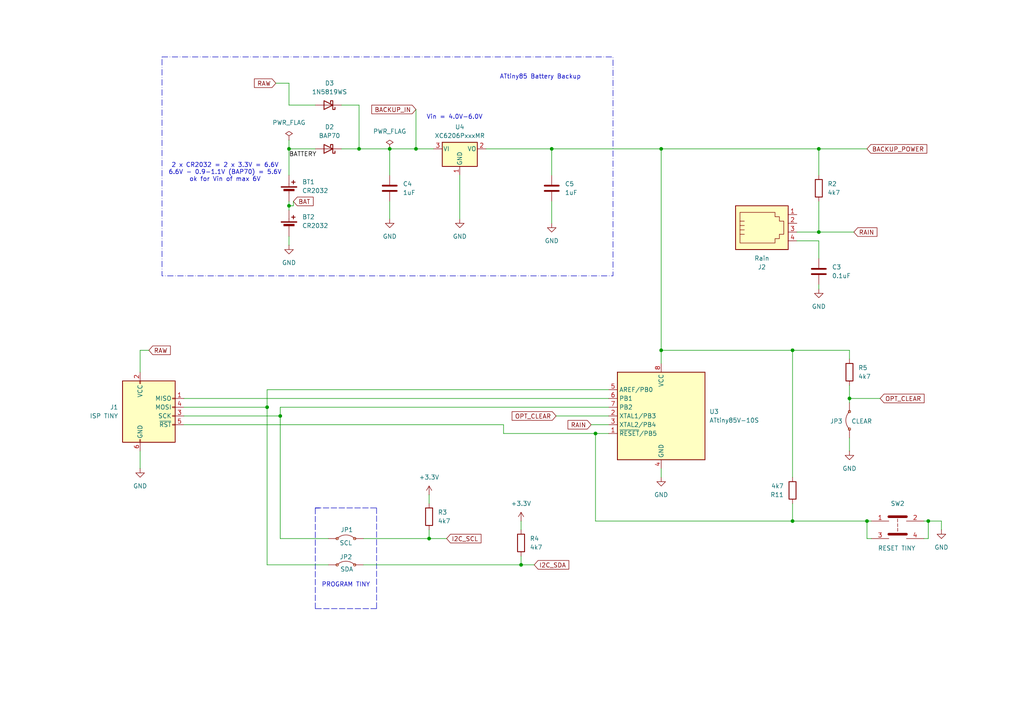
<source format=kicad_sch>
(kicad_sch (version 20250114) (generator "eeschema") (generator_version "9.0")
  (paper "A4")
  (lib_symbols
    (symbol "Connector:AVR-ISP-6" (pin_names (offset 1.016))
      (property "Reference" "J" (at -6.35 11.43 0))
      (property "Value" "AVR-ISP-6" (at 0 11.43 0))
      (symbol "AVR-ISP-6_0_1"
        (rectangle (start -2.667 10.16) (end -2.413 9.398))
        (rectangle (start -2.667 -6.858) (end -2.413 -7.62))
        (rectangle (start 7.62 10.16) (end -7.62 -7.62) (stroke (width 0.254)) (fill (type background)))
        (rectangle (start 7.62 5.207) (end 6.858 4.953))
        (rectangle (start 7.62 2.667) (end 6.858 2.413))
        (rectangle (start 7.62 0.127) (end 6.858 -0.127))
        (rectangle (start 7.62 -2.413) (end 6.858 -2.667))
      )
      (symbol "AVR-ISP-6_1_1"
        (pin passive line (at -2.54 12.7 270) (length 2.54) (name "VCC") (number "2"))
        (pin passive line (at -2.54 -10.16 90) (length 2.54) (name "GND") (number "6"))
        (pin passive line (at 10.16 5.08 180) (length 2.54) (name "MISO") (number "1"))
        (pin passive line (at 10.16 2.54 180) (length 2.54) (name "MOSI") (number "4"))
        (pin passive line (at 10.16 0 180) (length 2.54) (name "SCK") (number "3"))
        (pin passive line (at 10.16 -2.54 180) (length 2.54) (name "~{RST}") (number "5"))
      )
    )
    (symbol "Connector:RJ10" (pin_names (offset 1.016))
      (property "Reference" "J" (at -5.08 8.89 0))
      (property "Value" "RJ10" (at 2.54 8.89 0))
      (symbol "RJ10_0_1"
        (polyline (pts (xy -6.35 3.175) (xy -5.08 3.175) (xy -5.08 3.175)))
        (polyline (pts (xy -6.35 1.905) (xy -5.08 1.905) (xy -5.08 1.905)))
        (polyline (pts (xy -6.35 0.635) (xy -5.08 0.635) (xy -5.08 0.635)))
        (polyline (pts (xy -6.35 -0.635) (xy -5.08 -0.635) (xy -5.08 -0.635)))
        (polyline (pts (xy -6.35 -3.175) (xy -6.35 5.715) (xy -1.27 5.715) (xy 3.81 5.715) (xy 3.81 4.445) (xy 5.08 4.445) (xy 5.08 3.175) (xy 6.35 3.175) (xy 6.35 -0.635) (xy 5.08 -0.635) (xy 5.08 -1.905) (xy 3.81 -1.905) (xy 3.81 -3.175) (xy -6.35 -3.175) (xy -6.35 -3.175)))
        (rectangle (start 7.62 7.62) (end -7.62 -5.08) (stroke (width 0.254)) (fill (type background)))
      )
      (symbol "RJ10_1_1"
        (pin passive line (at 10.16 5.08 180) (length 2.54) (name "~") (number "4"))
        (pin passive line (at 10.16 2.54 180) (length 2.54) (name "~") (number "3"))
        (pin passive line (at 10.16 0 180) (length 2.54) (name "~") (number "2"))
        (pin passive line (at 10.16 -2.54 180) (length 2.54) (name "~") (number "1"))
      )
    )
    (symbol "Device:C" (pin_numbers (hide yes)) (pin_names (offset 0.254))
      (property "Reference" "C" (at 0.635 2.54 0))
      (property "Value" "C" (at 0.635 -2.54 0))
      (symbol "C_0_1"
        (polyline (pts (xy -2.032 0.762) (xy 2.032 0.762)) (stroke (width 0.508)))
        (polyline (pts (xy -2.032 -0.762) (xy 2.032 -0.762)) (stroke (width 0.508)))
      )
      (symbol "C_1_1"
        (pin passive line (at 0 3.81 270) (length 2.794) (name "~") (number "1"))
        (pin passive line (at 0 -3.81 90) (length 2.794) (name "~") (number "2"))
      )
    )
    (symbol "Device:R" (pin_numbers (hide yes)) (pin_names (offset 0))
      (property "Reference" "R" (at 2.032 0 90))
      (property "Value" "R" (at 0 0 90))
      (symbol "R_0_1"
        (rectangle (start -1.016 -2.54) (end 1.016 2.54) (stroke (width 0.254)))
      )
      (symbol "R_1_1"
        (pin passive line (at 0 3.81 270) (length 1.27) (name "~") (number "1"))
        (pin passive line (at 0 -3.81 90) (length 1.27) (name "~") (number "2"))
      )
    )
    (symbol "Diode:1N5819WS" (pin_numbers (hide yes)) (pin_names (offset 1.016) (hide yes))
      (property "Reference" "D" (at 0 2.54 0))
      (property "Value" "1N5819WS" (at 0 -2.54 0))
      (symbol "1N5819WS_0_1"
        (polyline (pts (xy -1.905 0.635) (xy -1.905 1.27) (xy -1.27 1.27) (xy -1.27 -1.27) (xy -0.635 -1.27) (xy -0.635 -0.635)) (stroke (width 0.254)))
        (polyline (pts (xy 1.27 1.27) (xy 1.27 -1.27) (xy -1.27 0) (xy 1.27 1.27)) (stroke (width 0.254)))
        (polyline (pts (xy 1.27 0) (xy -1.27 0)))
      )
      (symbol "1N5819WS_1_1"
        (pin passive line (at -3.81 0 0) (length 2.54) (name "K") (number "1"))
        (pin passive line (at 3.81 0 180) (length 2.54) (name "A") (number "2"))
      )
    )
    (symbol "MCU_Microchip_ATtiny:ATtiny85V-10S"
      (property "Reference" "U" (at -12.7 13.97 0))
      (property "Value" "ATtiny85V-10S" (at 2.54 -13.97 0))
      (symbol "ATtiny85V-10S_0_1"
        (rectangle (start -12.7 -12.7) (end 12.7 12.7) (stroke (width 0.254)) (fill (type background)))
      )
      (symbol "ATtiny85V-10S_1_1"
        (pin power_in line (at 0 15.24 270) (length 2.54) (name "VCC") (number "8"))
        (pin power_in line (at 0 -15.24 90) (length 2.54) (name "GND") (number "4"))
        (pin bidirectional line (at 15.24 7.62 180) (length 2.54) (name "AREF/PB0") (number "5"))
        (pin bidirectional line (at 15.24 5.08 180) (length 2.54) (name "PB1") (number "6"))
        (pin bidirectional line (at 15.24 2.54 180) (length 2.54) (name "PB2") (number "7"))
        (pin bidirectional line (at 15.24 0 180) (length 2.54) (name "XTAL1/PB3") (number "2"))
        (pin bidirectional line (at 15.24 -2.54 180) (length 2.54) (name "XTAL2/PB4") (number "3"))
        (pin bidirectional line (at 15.24 -5.08 180) (length 2.54) (name "~{RESET}/PB5") (number "1"))
      )
    )
    (symbol "Regulator_Linear:XC6206PxxxMR" (pin_names (offset 0.254))
      (property "Reference" "U" (at -3.81 3.175 0))
      (property "Value" "XC6206PxxxMR" (at 0 3.175 0))
      (symbol "XC6206PxxxMR_0_1"
        (rectangle (start -5.08 1.905) (end 5.08 -5.08) (stroke (width 0.254)) (fill (type background)))
      )
      (symbol "XC6206PxxxMR_1_1"
        (pin power_in line (at -7.62 0 0) (length 2.54) (name "VI") (number "3"))
        (pin power_in line (at 0 -7.62 90) (length 2.54) (name "GND") (number "1"))
        (pin power_out line (at 7.62 0 180) (length 2.54) (name "VO") (number "2"))
      )
    )
    (symbol "boan_devices:Battery_Cell_3p" (pin_numbers (hide yes)) (pin_names (offset 0) (hide yes))
      (property "Reference" "BT" (at 2.54 2.54 0))
      (property "Value" "Battery_Cell_3p" (at 2.54 0 0))
      (symbol "Battery_Cell_3p_0_1"
        (rectangle (start -2.286 1.778) (end 2.286 1.524) (fill (type outline)))
        (rectangle (start -1.524 1.016) (end 1.524 0.508) (fill (type outline)))
        (polyline (pts (xy 0 1.778) (xy 0 2.54)))
        (polyline (pts (xy 0 0.762) (xy 0 0)))
        (polyline (pts (xy 0.762 3.048) (xy 1.778 3.048)) (stroke (width 0.254)))
        (polyline (pts (xy 1.27 3.556) (xy 1.27 2.54)) (stroke (width 0.254)))
      )
      (symbol "Battery_Cell_3p_1_1"
        (pin passive line (at 0 5.08 270) (length 2.54) (name "+") (number "1"))
        (pin passive line (at 0 5.08 0) (length 5.08) (hide yes) (name "") (number "3"))
        (pin passive line (at 0 -2.54 90) (length 2.54) (name "-") (number "2"))
      )
    )
    (symbol "boan_devices:Jumper" (pin_numbers (hide yes)) (pin_names (offset 0) (hide yes))
      (property "Reference" "JP" (at 0 0 0))
      (symbol "Jumper_0_1"
        (circle (center -2.54 0) (radius 0.3672) (fill (type background)))
        (arc (start -2.54 0) (mid 0 1.0521) (end 2.54 0))
        (circle (center 2.54 0) (radius 0.3672) (fill (type background)))
      )
      (symbol "Jumper_1_1"
        (pin passive line (at -5.08 0 0) (length 2.54) (name "1") (number "1"))
        (pin passive line (at 5.08 0 180) (length 2.54) (name "2") (number "2"))
      )
    )
    (symbol "boan_devices:tactile_SW"
      (property "Reference" "SW" (at -5.334 5.08 0))
      (symbol "tactile_SW_0_1"
        (polyline (pts (xy -7.62 2.54) (xy -2.54 2.54)) (stroke (width 0.762)))
        (polyline (pts (xy -7.62 -2.54) (xy -2.54 -2.54)) (stroke (width 0.762)))
        (polyline (pts (xy -5.0949 0.9879) (xy -5.0949 1.8985)))
        (polyline (pts (xy -5.0756 -0.3759) (xy -5.0756 0.5347)))
        (polyline (pts (xy -5.0534 -1.7019) (xy -5.0534 -0.7913)))
      )
      (symbol "tactile_SW_1_1"
        (pin passive line (at -12.7 1.27 0) (length 5.08) (name "") (number "1"))
        (pin passive line (at -12.7 -3.81 0) (length 5.08) (name "") (number "3"))
        (pin passive line (at 2.54 1.27 180) (length 5.08) (name "") (number "2"))
        (pin passive line (at 2.54 -3.81 180) (length 5.08) (name "") (number "4"))
      )
    )
    (symbol "power:+3.3V" (power) (pin_numbers (hide yes)) (pin_names (offset 0) (hide yes))
      (property "Value" "+3.3V" (at 0 3.556 0))
      (symbol "+3.3V_0_1"
        (polyline (pts (xy -0.762 1.27) (xy 0 2.54)))
        (polyline (pts (xy 0 2.54) (xy 0.762 1.27)))
        (polyline (pts (xy 0 0) (xy 0 2.54)))
      )
      (symbol "+3.3V_1_1"
        (pin power_in line (at 0 0 90) (length 0) (name "~") (number "1"))
      )
    )
    (symbol "power:GND" (power) (pin_numbers (hide yes)) (pin_names (offset 0) (hide yes))
      (property "Value" "GND" (at 0 -3.81 0))
      (symbol "GND_0_1"
        (polyline (pts (xy 0 0) (xy 0 -1.27) (xy 1.27 -1.27) (xy 0 -2.54) (xy -1.27 -1.27) (xy 0 -1.27)))
      )
      (symbol "GND_1_1"
        (pin power_in line (at 0 0 270) (length 0) (name "~") (number "1"))
      )
    )
    (symbol "power:PWR_FLAG" (power) (pin_numbers (hide yes)) (pin_names (offset 0) (hide yes))
      (property "Value" "PWR_FLAG" (at 0 3.81 0))
      (symbol "PWR_FLAG_0_0"
        (pin power_out line (at 0 0 90) (length 0) (name "~") (number "1"))
      )
      (symbol "PWR_FLAG_0_1"
        (polyline (pts (xy 0 0) (xy 0 1.27) (xy -1.016 1.905) (xy 0 2.54) (xy 1.016 1.905) (xy 0 1.27)))
      )
    )
  )
  (rectangle (start 46.99 16.51) (end 177.8 80.01) (stroke (width 0) (type dash_dot)))
  (text "PROGRAM TINY" (at 100.33 169.672 0) (effects (font (size 1.27 1.27))))
  (text "Vin = 4.0V-6.0V " (at 132.334 34.036 0) (effects (font (size 1.27 1.27))))
  (text "ATtiny85 Battery Backup" (at 156.718 22.352 0) (effects (font (size 1.27 1.27))))
  (text "2 x CR2032 = 2 x 3.3V = 6.6V\n6.6V - 0.9-1.1V (BAP70) = 5.6V\nok for Vin of max 6V" (at 65.278 50.038 0) (effects (font (size 1.27 1.27))))
  (junction (at 160.02 43.18))
  (junction (at 251.46 151.13))
  (junction (at 191.77 43.18))
  (junction (at 104.14 43.18))
  (junction (at 229.87 101.6))
  (junction (at 120.65 43.18))
  (junction (at 151.13 163.83))
  (junction (at 77.47 118.11))
  (junction (at 113.03 43.18))
  (junction (at 191.77 101.6))
  (junction (at 229.87 151.13))
  (junction (at 83.82 43.18))
  (junction (at 246.38 115.57))
  (junction (at 81.28 120.65))
  (junction (at 237.49 43.18))
  (junction (at 83.82 59.69))
  (junction (at 172.72 125.73))
  (junction (at 237.49 67.31))
  (junction (at 124.46 156.21))
  (junction (at 269.24 151.13))
  (wire (pts (xy 237.49 43.18) (xy 251.46 43.18)))
  (wire (pts (xy 237.49 43.18) (xy 237.49 50.8)))
  (wire (pts (xy 81.28 156.21) (xy 95.25 156.21)))
  (wire (pts (xy 83.82 68.58) (xy 83.82 71.12)))
  (wire (pts (xy 251.46 151.13) (xy 251.46 156.21)))
  (wire (pts (xy 105.41 163.83) (xy 151.13 163.83)))
  (wire (pts (xy 146.05 123.19) (xy 146.05 125.73)))
  (wire (pts (xy 133.35 50.8) (xy 133.35 63.5)))
  (wire (pts (xy 151.13 151.13) (xy 151.13 153.67)))
  (wire (pts (xy 246.38 104.14) (xy 246.38 101.6)))
  (wire (pts (xy 246.38 111.76) (xy 246.38 115.57)))
  (wire (pts (xy 113.03 43.18) (xy 120.65 43.18)))
  (wire (pts (xy 229.87 101.6) (xy 191.77 101.6)))
  (wire (pts (xy 176.53 113.03) (xy 77.47 113.03)))
  (wire (pts (xy 40.64 130.81) (xy 40.64 135.89)))
  (wire (pts (xy 231.14 67.31) (xy 237.49 67.31)))
  (wire (pts (xy 120.65 43.18) (xy 125.73 43.18)))
  (wire (pts (xy 151.13 163.83) (xy 154.94 163.83)))
  (wire (pts (xy 77.47 118.11) (xy 53.34 118.11)))
  (wire (pts (xy 43.18 101.6) (xy 40.64 101.6)))
  (wire (pts (xy 246.38 115.57) (xy 255.27 115.57)))
  (wire (pts (xy 267.97 156.21) (xy 269.24 156.21)))
  (wire (pts (xy 105.41 156.21) (xy 124.46 156.21)))
  (polyline (pts (xy 91.44 176.53) (xy 91.44 147.32)) (stroke (width 0) (type dash)))
  (wire (pts (xy 229.87 151.13) (xy 229.87 146.05)))
  (wire (pts (xy 124.46 153.67) (xy 124.46 156.21)))
  (wire (pts (xy 83.82 30.48) (xy 91.44 30.48)))
  (wire (pts (xy 251.46 151.13) (xy 252.73 151.13)))
  (wire (pts (xy 146.05 125.73) (xy 172.72 125.73)))
  (wire (pts (xy 81.28 156.21) (xy 81.28 120.65)))
  (wire (pts (xy 99.06 43.18) (xy 104.14 43.18)))
  (wire (pts (xy 77.47 113.03) (xy 77.47 118.11)))
  (wire (pts (xy 229.87 101.6) (xy 229.87 138.43)))
  (wire (pts (xy 83.82 58.42) (xy 83.82 59.69)))
  (polyline (pts (xy 109.22 176.53) (xy 91.44 176.53)) (stroke (width 0) (type dash)))
  (wire (pts (xy 53.34 115.57) (xy 176.53 115.57)))
  (wire (pts (xy 246.38 115.57) (xy 246.38 116.84)))
  (wire (pts (xy 172.72 151.13) (xy 229.87 151.13)))
  (wire (pts (xy 83.82 40.64) (xy 83.82 43.18)))
  (wire (pts (xy 85.09 58.42) (xy 85.09 59.69)))
  (wire (pts (xy 113.03 58.42) (xy 113.03 63.5)))
  (wire (pts (xy 91.44 43.18) (xy 83.82 43.18)))
  (wire (pts (xy 269.24 151.13) (xy 273.05 151.13)))
  (wire (pts (xy 172.72 125.73) (xy 176.53 125.73)))
  (wire (pts (xy 246.38 101.6) (xy 229.87 101.6)))
  (polyline (pts (xy 91.44 147.32) (xy 92.71 147.32)) (stroke (width 0) (type dash)))
  (wire (pts (xy 229.87 151.13) (xy 251.46 151.13)))
  (wire (pts (xy 83.82 43.18) (xy 83.82 50.8)))
  (wire (pts (xy 124.46 156.21) (xy 129.54 156.21)))
  (wire (pts (xy 191.77 105.41) (xy 191.77 101.6)))
  (wire (pts (xy 85.09 59.69) (xy 83.82 59.69)))
  (wire (pts (xy 104.14 30.48) (xy 104.14 43.18)))
  (wire (pts (xy 252.73 156.21) (xy 251.46 156.21)))
  (wire (pts (xy 171.45 123.19) (xy 176.53 123.19)))
  (wire (pts (xy 53.34 123.19) (xy 146.05 123.19)))
  (wire (pts (xy 77.47 163.83) (xy 77.47 118.11)))
  (wire (pts (xy 191.77 135.89) (xy 191.77 138.43)))
  (wire (pts (xy 83.82 24.13) (xy 83.82 30.48)))
  (wire (pts (xy 237.49 58.42) (xy 237.49 67.31)))
  (wire (pts (xy 40.64 101.6) (xy 40.64 107.95)))
  (polyline (pts (xy 109.22 147.32) (xy 109.22 176.53)) (stroke (width 0) (type dash)))
  (wire (pts (xy 246.38 127) (xy 246.38 130.81)))
  (wire (pts (xy 140.97 43.18) (xy 160.02 43.18)))
  (wire (pts (xy 237.49 69.85) (xy 237.49 74.93)))
  (wire (pts (xy 231.14 69.85) (xy 237.49 69.85)))
  (wire (pts (xy 273.05 153.67) (xy 273.05 151.13)))
  (wire (pts (xy 81.28 118.11) (xy 81.28 120.65)))
  (wire (pts (xy 160.02 58.42) (xy 160.02 64.77)))
  (wire (pts (xy 176.53 118.11) (xy 81.28 118.11)))
  (wire (pts (xy 269.24 156.21) (xy 269.24 151.13)))
  (wire (pts (xy 191.77 101.6) (xy 191.77 43.18)))
  (wire (pts (xy 113.03 43.18) (xy 113.03 50.8)))
  (polyline (pts (xy 91.44 147.32) (xy 109.22 147.32)) (stroke (width 0) (type dash)))
  (wire (pts (xy 237.49 67.31) (xy 247.65 67.31)))
  (wire (pts (xy 151.13 161.29) (xy 151.13 163.83)))
  (wire (pts (xy 124.46 143.51) (xy 124.46 146.05)))
  (wire (pts (xy 160.02 43.18) (xy 160.02 50.8)))
  (wire (pts (xy 267.97 151.13) (xy 269.24 151.13)))
  (wire (pts (xy 83.82 59.69) (xy 83.82 60.96)))
  (wire (pts (xy 120.65 31.75) (xy 120.65 43.18)))
  (wire (pts (xy 172.72 125.73) (xy 172.72 151.13)))
  (wire (pts (xy 161.29 120.65) (xy 176.53 120.65)))
  (wire (pts (xy 104.14 43.18) (xy 113.03 43.18)))
  (wire (pts (xy 191.77 43.18) (xy 160.02 43.18)))
  (wire (pts (xy 99.06 30.48) (xy 104.14 30.48)))
  (wire (pts (xy 77.47 163.83) (xy 95.25 163.83)))
  (wire (pts (xy 237.49 82.55) (xy 237.49 83.82)))
  (wire (pts (xy 80.01 24.13) (xy 83.82 24.13)))
  (wire (pts (xy 81.28 120.65) (xy 53.34 120.65)))
  (wire (pts (xy 191.77 43.18) (xy 237.49 43.18)))
  (label "BATTERY" (at 83.82 45.72 0))
  (global_label "I2C_SCL" (shape input) (at 129.54 156.21 0) (property "Intersheetrefs" "${INTERSHEET_REFS}" (effects (hide yes))))
  (global_label "OPT_CLEAR" (shape input) (at 161.29 120.65 180) (property "Intersheetrefs" "${INTERSHEET_REFS}" (effects (hide yes))))
  (global_label "RAW" (shape input) (at 80.01 24.13 180) (property "Intersheetrefs" "${INTERSHEET_REFS}" (effects (hide yes))))
  (global_label "OPT_CLEAR" (shape input) (at 255.27 115.57 0) (property "Intersheetrefs" "${INTERSHEET_REFS}" (effects (hide yes))))
  (global_label "BACKUP_IN" (shape input) (at 120.65 31.75 180) (property "Intersheetrefs" "${INTERSHEET_REFS}" (effects (hide yes))))
  (global_label "BACKUP_POWER" (shape input) (at 251.46 43.18 0) (property "Intersheetrefs" "${INTERSHEET_REFS}" (effects (hide yes))))
  (global_label "BAT" (shape input) (at 85.09 58.42 0) (property "Intersheetrefs" "${INTERSHEET_REFS}" (effects (hide yes))))
  (global_label "RAIN" (shape input) (at 171.45 123.19 180) (property "Intersheetrefs" "${INTERSHEET_REFS}" (effects (hide yes))))
  (global_label "RAIN" (shape input) (at 247.65 67.31 0) (property "Intersheetrefs" "${INTERSHEET_REFS}" (effects (hide yes))))
  (global_label "I2C_SDA" (shape input) (at 154.94 163.83 0) (property "Intersheetrefs" "${INTERSHEET_REFS}" (effects (hide yes))))
  (global_label "RAW" (shape input) (at 43.18 101.6 0) (property "Intersheetrefs" "${INTERSHEET_REFS}" (effects (hide yes))))
  (symbol (lib_id "power:GND") (at 273.05 153.67 0) (unit 1)
    (property "Reference" "#PWR037" (effects (hide yes)))
    (property "Value" "GND" (at 273.05 158.75 0))
    (property "Description" "Power symbol creates a global label with name \"GND\" , ground" (effects (hide yes)))
  )
  (symbol (lib_id "power:GND") (at 113.03 63.5 0) (unit 1)
    (property "Reference" "#PWR010" (effects (hide yes)))
    (property "Value" "GND" (at 113.03 68.58 0))
    (property "Description" "Power symbol creates a global label with name \"GND\" , ground" (effects (hide yes)))
  )
  (symbol (lib_id "power:+3.3V") (at 151.13 151.13 0) (unit 1)
    (property "Reference" "#PWR07" (effects (hide yes)))
    (property "Value" "+3.3V" (at 151.13 146.05 0))
    (property "Description" "Power symbol creates a global label with name \"+3.3V\"" (effects (hide yes)))
  )
  (symbol (lib_id "power:GND") (at 133.35 63.5 0) (unit 1)
    (property "Reference" "#PWR011" (effects (hide yes)))
    (property "Value" "GND" (at 133.35 68.58 0))
    (property "Description" "Power symbol creates a global label with name \"GND\" , ground" (effects (hide yes)))
  )
  (symbol (lib_id "Device:R") (at 246.38 107.95 0) (unit 1)
    (property "Reference" "R5" (at 248.92 106.6799 0) (effects (justify left)))
    (property "Value" "4k7" (at 248.92 109.2199 0) (effects (justify left)))
    (property "Footprint" "Resistor_SMD:R_0805_2012Metric_Pad1.20x1.40mm_HandSolder" (effects (hide yes)))
    (property "Description" "Resistor" (effects (hide yes)))
  )
  (symbol (lib_id "Device:C") (at 237.49 78.74 0) (unit 1)
    (property "Reference" "C3" (at 241.3 77.4699 0) (effects (justify left)))
    (property "Value" "0.1uF" (at 241.3 80.0099 0) (effects (justify left)))
    (property "Footprint" "Capacitor_SMD:C_0805_2012Metric_Pad1.18x1.45mm_HandSolder" (effects (hide yes)))
    (property "Description" "Unpolarized capacitor" (effects (hide yes)))
  )
  (symbol (lib_id "MCU_Microchip_ATtiny:ATtiny85V-10S") (at 191.77 120.65 0) (mirror y) (unit 1)
    (property "Reference" "U3" (at 205.74 119.3799 0) (effects (justify right)))
    (property "Value" "ATtiny85V-10S" (at 205.74 121.9199 0) (effects (justify right)))
    (property "Footprint" "Package_SO:SOIC-8_5.3x5.3mm_P1.27mm" (effects (hide yes)))
    (property "Datasheet" "http://ww1.microchip.com/downloads/en/DeviceDoc/atmel-2586-avr-8-bit-microcontroller-attiny25-attiny45-attiny85_datasheet.pdf" (effects (hide yes)))
    (property "Description" "10MHz, 8kB Flash, 512B SRAM, 512B EEPROM, debugWIRE, SOIC-8" (effects (hide yes)))
  )
  (symbol (lib_id "boan_devices:Battery_Cell_3p") (at 83.82 55.88 0) (unit 1)
    (property "Reference" "BT1" (at 87.63 52.7684 0) (effects (justify left)))
    (property "Value" "CR2032" (at 87.63 55.3084 0) (effects (justify left)))
    (property "Footprint" "boan_devices:CR2032 standing 1074" (effects (hide yes)))
    (property "Description" "Single-cell battery" (effects (hide yes)))
  )
  (symbol (lib_id "power:GND") (at 83.82 71.12 0) (unit 1)
    (property "Reference" "#PWR09" (effects (hide yes)))
    (property "Value" "GND" (at 83.82 76.2 0))
    (property "Description" "Power symbol creates a global label with name \"GND\" , ground" (effects (hide yes)))
  )
  (symbol (lib_id "power:PWR_FLAG") (at 83.82 40.64 0) (unit 1)
    (property "Reference" "#FLG04" (effects (hide yes)))
    (property "Value" "PWR_FLAG" (at 83.82 35.56 0))
    (property "Description" "Special symbol for telling ERC where power comes from" (effects (hide yes)))
  )
  (symbol (lib_id "boan_devices:Battery_Cell_3p") (at 83.82 66.04 0) (unit 1)
    (property "Reference" "BT2" (at 87.63 62.9284 0) (effects (justify left)))
    (property "Value" "CR2032" (at 87.63 65.4684 0) (effects (justify left)))
    (property "Footprint" "boan_devices:CR2032 standing 1074" (effects (hide yes)))
    (property "Description" "Single-cell battery" (effects (hide yes)))
  )
  (symbol (lib_id "Device:R") (at 229.87 142.24 180) (unit 1)
    (property "Reference" "R11" (at 227.33 143.5101 0) (effects (justify left)))
    (property "Value" "4k7" (at 227.33 140.9701 0) (effects (justify left)))
    (property "Footprint" "Resistor_SMD:R_0805_2012Metric_Pad1.20x1.40mm_HandSolder" (effects (hide yes)))
    (property "Description" "Resistor" (effects (hide yes)))
  )
  (symbol (lib_id "boan_devices:Jumper") (at 246.38 121.92 90) (unit 1)
    (property "Reference" "JP3" (at 242.57 122.174 90))
    (property "Value" "CLEAR" (at 249.936 122.174 90))
    (property "Footprint" "boan_devices:Jumper 2p" (effects (hide yes)))
  )
  (symbol (lib_id "Device:C") (at 113.03 54.61 0) (unit 1)
    (property "Reference" "C4" (at 116.84 53.3399 0) (effects (justify left)))
    (property "Value" "1uF" (at 116.84 55.8799 0) (effects (justify left)))
    (property "Footprint" "Capacitor_SMD:C_0805_2012Metric_Pad1.18x1.45mm_HandSolder" (effects (hide yes)))
    (property "Description" "Unpolarized capacitor" (effects (hide yes)))
  )
  (symbol (lib_id "power:PWR_FLAG") (at 113.03 43.18 0) (unit 1)
    (property "Reference" "#FLG01" (effects (hide yes)))
    (property "Value" "PWR_FLAG" (at 113.03 38.1 0))
    (property "Description" "Special symbol for telling ERC where power comes from" (effects (hide yes)))
  )
  (symbol (lib_id "Regulator_Linear:XC6206PxxxMR") (at 133.35 43.18 0) (unit 1)
    (property "Reference" "U4" (at 133.35 36.83 0))
    (property "Value" "XC6206PxxxMR" (at 133.35 39.37 0))
    (property "Footprint" "boan_devices:SOT-23" (effects (hide yes)))
    (property "Datasheet" "https://www.torexsemi.com/file/xc6206/XC6206.pdf" (effects (hide yes)))
    (property "Description" "Positive 60-250mA Low Dropout Regulator, Fixed Output, SOT-23" (effects (hide yes)))
  )
  (symbol (lib_id "boan_devices:tactile_SW") (at 265.43 152.4 0) (unit 1)
    (property "Reference" "SW2" (at 260.35 146.05 0))
    (property "Value" "RESET TINY" (at 260.096 159.004 0))
    (property "Footprint" "boan_devices:tactile smd 13019319" (effects (hide yes)))
  )
  (symbol (lib_id "power:+3.3V") (at 124.46 143.51 0) (unit 1)
    (property "Reference" "#PWR016" (effects (hide yes)))
    (property "Value" "+3.3V" (at 124.46 138.43 0))
    (property "Description" "Power symbol creates a global label with name \"+3.3V\"" (effects (hide yes)))
  )
  (symbol (lib_id "power:GND") (at 246.38 130.81 0) (unit 1)
    (property "Reference" "#PWR05" (effects (hide yes)))
    (property "Value" "GND" (at 246.38 135.89 0))
    (property "Description" "Power symbol creates a global label with name \"GND\" , ground" (effects (hide yes)))
  )
  (symbol (lib_id "Diode:1N5819WS") (at 95.25 43.18 180) (unit 1)
    (property "Reference" "D2" (at 95.5675 36.83 0))
    (property "Value" "BAP70" (at 95.5675 39.37 0))
    (property "Footprint" "boan_devices:BAP70" (effects (hide yes)))
    (property "Datasheet" "https://datasheet.lcsc.com/lcsc/2204281430_Guangdong-Hottech-1N5819WS_C191023.pdf" (effects (hide yes)))
    (property "Description" "40V 600mV@1A 1A SOD-323 Schottky Barrier Diodes, SOD-323" (effects (hide yes)))
  )
  (symbol (lib_id "Connector:AVR-ISP-6") (at 43.18 120.65 0) (unit 1)
    (property "Reference" "J1" (at 34.29 118.1099 0) (effects (justify right)))
    (property "Value" "ISP TINY" (at 34.29 120.6499 0) (effects (justify right)))
    (property "Footprint" "boan_devices:AVR ISP 6p" (effects (hide yes)))
    (property "Description" "Atmel 6-pin ISP connector" (effects (hide yes)))
  )
  (symbol (lib_id "Device:C") (at 160.02 54.61 0) (unit 1)
    (property "Reference" "C5" (at 163.83 53.3399 0) (effects (justify left)))
    (property "Value" "1uF" (at 163.83 55.8799 0) (effects (justify left)))
    (property "Footprint" "Capacitor_SMD:C_0805_2012Metric_Pad1.18x1.45mm_HandSolder" (effects (hide yes)))
    (property "Description" "Unpolarized capacitor" (effects (hide yes)))
  )
  (symbol (lib_id "boan_devices:Jumper") (at 100.33 163.83 0) (unit 1)
    (property "Reference" "JP2" (at 100.33 161.544 0))
    (property "Value" "SDA" (at 100.584 165.1 0))
    (property "Footprint" "boan_devices:Jumper 2p" (effects (hide yes)))
  )
  (symbol (lib_id "power:GND") (at 191.77 138.43 0) (unit 1)
    (property "Reference" "#PWR08" (effects (hide yes)))
    (property "Value" "GND" (at 191.77 143.51 0))
    (property "Description" "Power symbol creates a global label with name \"GND\" , ground" (effects (hide yes)))
  )
  (symbol (lib_id "power:GND") (at 237.49 83.82 0) (unit 1)
    (property "Reference" "#PWR04" (effects (hide yes)))
    (property "Value" "GND" (at 237.49 88.9 0))
    (property "Description" "Power symbol creates a global label with name \"GND\" , ground" (effects (hide yes)))
  )
  (symbol (lib_id "Connector:RJ10") (at 220.98 64.77 0) (mirror x) (unit 1)
    (property "Reference" "J2" (at 220.98 77.47 0))
    (property "Value" "Rain" (at 220.98 74.93 0))
    (property "Footprint" "boan_devices:RJ10 Horizontal" (effects (hide yes)))
    (property "Description" "RJ connector, 4P4C (4 positions 4 connected)" (effects (hide yes)))
  )
  (symbol (lib_id "power:GND") (at 40.64 135.89 0) (unit 1)
    (property "Reference" "#PWR06" (effects (hide yes)))
    (property "Value" "GND" (at 40.64 140.97 0))
    (property "Description" "Power symbol creates a global label with name \"GND\" , ground" (effects (hide yes)))
  )
  (symbol (lib_id "Device:R") (at 151.13 157.48 0) (unit 1)
    (property "Reference" "R4" (at 153.67 156.2099 0) (effects (justify left)))
    (property "Value" "4k7" (at 153.67 158.7499 0) (effects (justify left)))
    (property "Footprint" "Resistor_SMD:R_0805_2012Metric_Pad1.20x1.40mm_HandSolder" (effects (hide yes)))
    (property "Description" "Resistor" (effects (hide yes)))
  )
  (symbol (lib_id "power:GND") (at 160.02 64.77 0) (unit 1)
    (property "Reference" "#PWR012" (effects (hide yes)))
    (property "Value" "GND" (at 160.02 69.85 0))
    (property "Description" "Power symbol creates a global label with name \"GND\" , ground" (effects (hide yes)))
  )
  (symbol (lib_id "Device:R") (at 237.49 54.61 0) (unit 1)
    (property "Reference" "R2" (at 240.03 53.3399 0) (effects (justify left)))
    (property "Value" "4k7" (at 240.03 55.8799 0) (effects (justify left)))
    (property "Footprint" "Resistor_SMD:R_0805_2012Metric_Pad1.20x1.40mm_HandSolder" (effects (hide yes)))
    (property "Description" "Resistor" (effects (hide yes)))
  )
  (symbol (lib_id "boan_devices:Jumper") (at 100.33 156.21 0) (unit 1)
    (property "Reference" "JP1" (at 100.584 153.67 0))
    (property "Value" "SCL" (at 100.33 157.48 0))
    (property "Footprint" "boan_devices:Jumper 2p" (effects (hide yes)))
  )
  (symbol (lib_id "Device:R") (at 124.46 149.86 0) (unit 1)
    (property "Reference" "R3" (at 127 148.5899 0) (effects (justify left)))
    (property "Value" "4k7" (at 127 151.1299 0) (effects (justify left)))
    (property "Footprint" "Resistor_SMD:R_0805_2012Metric_Pad1.20x1.40mm_HandSolder" (effects (hide yes)))
    (property "Description" "Resistor" (effects (hide yes)))
  )
  (symbol (lib_id "Diode:1N5819WS") (at 95.25 30.48 180) (unit 1)
    (property "Reference" "D3" (at 95.5675 24.13 0))
    (property "Value" "1N5819WS" (at 95.5675 26.67 0))
    (property "Footprint" "boan_devices:1N5819HW" (effects (hide yes)))
    (property "Datasheet" "https://datasheet.lcsc.com/lcsc/2204281430_Guangdong-Hottech-1N5819WS_C191023.pdf" (effects (hide yes)))
    (property "Description" "40V 600mV@1A 1A SOD-323 Schottky Barrier Diodes, SOD-323" (effects (hide yes)))
  )
)
</source>
